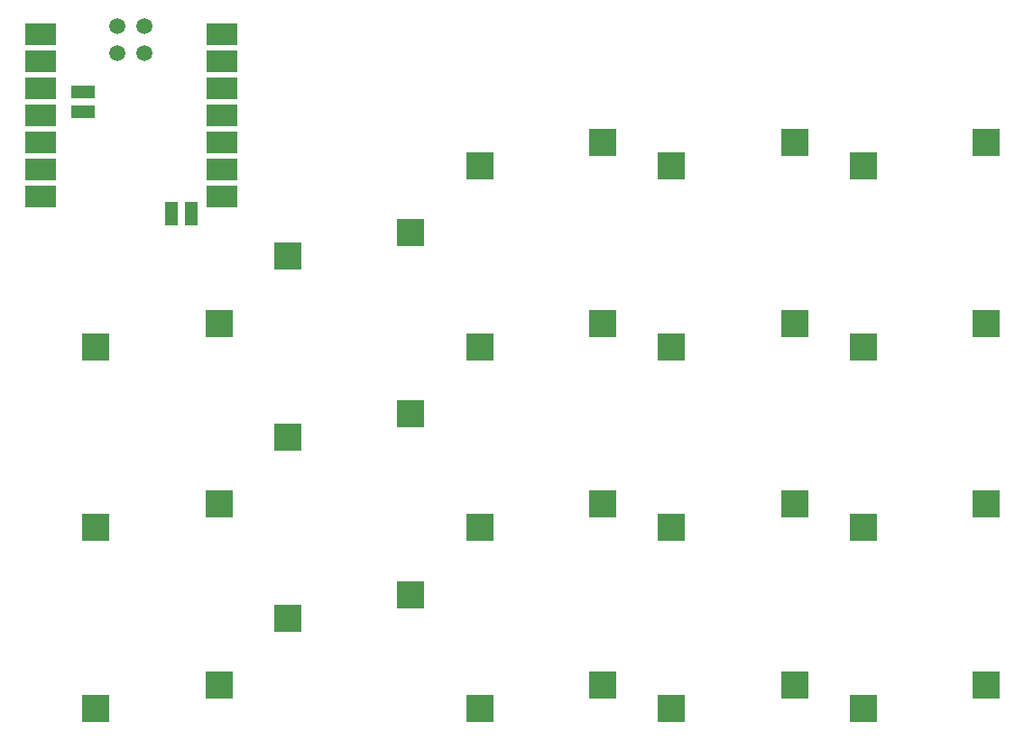
<source format=gbr>
%TF.GenerationSoftware,KiCad,Pcbnew,8.0.6*%
%TF.CreationDate,2025-02-12T16:48:57-05:00*%
%TF.ProjectId,PCB,5043422e-6b69-4636-9164-5f7063625858,rev?*%
%TF.SameCoordinates,Original*%
%TF.FileFunction,Paste,Top*%
%TF.FilePolarity,Positive*%
%FSLAX46Y46*%
G04 Gerber Fmt 4.6, Leading zero omitted, Abs format (unit mm)*
G04 Created by KiCad (PCBNEW 8.0.6) date 2025-02-12 16:48:57*
%MOMM*%
%LPD*%
G01*
G04 APERTURE LIST*
%ADD10R,2.600000X2.600000*%
%ADD11R,3.000000X2.000000*%
%ADD12C,1.500000*%
%ADD13R,1.300000X2.300000*%
%ADD14R,2.300000X1.300000*%
G04 APERTURE END LIST*
D10*
%TO.C,MX5*%
X50725000Y-65450000D03*
X62275000Y-63250000D03*
%TD*%
%TO.C,MX15*%
X86725000Y-90950000D03*
X98275000Y-88750000D03*
%TD*%
%TO.C,MX2*%
X32725000Y-73950000D03*
X44275000Y-71750000D03*
%TD*%
D11*
%TO.C,U2*%
X27500000Y-27592015D03*
X27500000Y-30132015D03*
X27500000Y-32672015D03*
X27500000Y-35212015D03*
X27500000Y-37752015D03*
X27500000Y-40292015D03*
X27500000Y-42832015D03*
X44500000Y-42832015D03*
X44500000Y-40292015D03*
X44500000Y-37752015D03*
X44500000Y-35212015D03*
X44500000Y-32672015D03*
X44500000Y-30132015D03*
X44500000Y-27592015D03*
D12*
X34730000Y-26822015D03*
X37270000Y-26822015D03*
X34730000Y-29362015D03*
X37270000Y-29362015D03*
D13*
X39800000Y-44462015D03*
X41700000Y-44462015D03*
D14*
X31500000Y-33012015D03*
X31500000Y-34912015D03*
%TD*%
D10*
%TO.C,MX10*%
X68725000Y-73950000D03*
X80275000Y-71750000D03*
%TD*%
%TO.C,MX8*%
X68725000Y-39950000D03*
X80275000Y-37750000D03*
%TD*%
%TO.C,MX13*%
X86725000Y-56950000D03*
X98275000Y-54750000D03*
%TD*%
%TO.C,MX1*%
X32725000Y-56950000D03*
X44275000Y-54750000D03*
%TD*%
%TO.C,MX6*%
X50725000Y-82450000D03*
X62275000Y-80250000D03*
%TD*%
%TO.C,MX18*%
X104725000Y-73950000D03*
X116275000Y-71750000D03*
%TD*%
%TO.C,MX14*%
X86725000Y-73950000D03*
X98275000Y-71750000D03*
%TD*%
%TO.C,MX9*%
X68725000Y-56950000D03*
X80275000Y-54750000D03*
%TD*%
%TO.C,MX11*%
X68725000Y-90950000D03*
X80275000Y-88750000D03*
%TD*%
%TO.C,MX16*%
X104725000Y-39950000D03*
X116275000Y-37750000D03*
%TD*%
%TO.C,MX3*%
X32725000Y-90950000D03*
X44275000Y-88750000D03*
%TD*%
%TO.C,MX12*%
X86725000Y-39950000D03*
X98275000Y-37750000D03*
%TD*%
%TO.C,MX4*%
X50725000Y-48450000D03*
X62275000Y-46250000D03*
%TD*%
%TO.C,MX17*%
X104725000Y-56950000D03*
X116275000Y-54750000D03*
%TD*%
%TO.C,MX19*%
X104725000Y-90950000D03*
X116275000Y-88750000D03*
%TD*%
M02*

</source>
